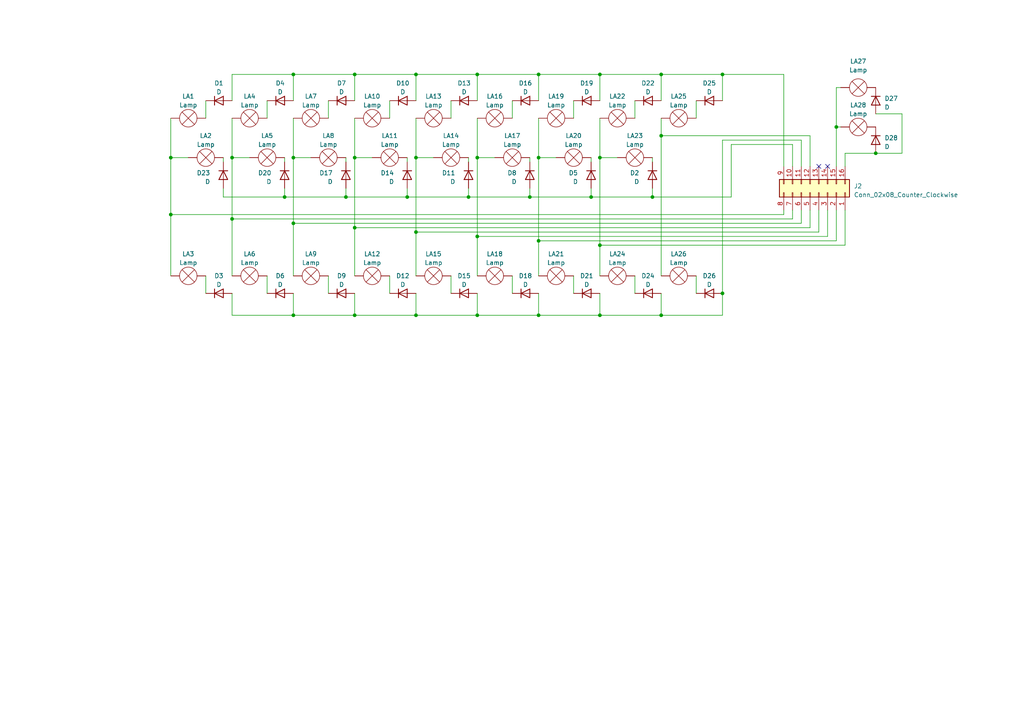
<source format=kicad_sch>
(kicad_sch (version 20230121) (generator eeschema)
  (paper "A4")
  (title_block (title "Lamp Board Schematic"))
  (lib_symbols
    (symbol "Connector_Generic:Conn_02x08_Counter_Clockwise" (pin_names (offset 1.016) hide)
      (property "Reference" "J" (at 1.27 10.16 0))
      (property "Value" "Conn_02x08_Counter_Clockwise" (at 1.27 -12.7 0))
      (symbol "Conn_02x08_Counter_Clockwise_1_1"
        (rectangle (start -1.27 -10.033) (end 0 -10.287) (stroke (width 0.1524)))
        (rectangle (start -1.27 -7.493) (end 0 -7.747) (stroke (width 0.1524)))
        (rectangle (start -1.27 -4.953) (end 0 -5.207) (stroke (width 0.1524)))
        (rectangle (start -1.27 -2.413) (end 0 -2.667) (stroke (width 0.1524)))
        (rectangle (start -1.27 0.127) (end 0 -0.127) (stroke (width 0.1524)))
        (rectangle (start -1.27 2.667) (end 0 2.413) (stroke (width 0.1524)))
        (rectangle (start -1.27 5.207) (end 0 4.953) (stroke (width 0.1524)))
        (rectangle (start -1.27 7.747) (end 0 7.493) (stroke (width 0.1524)))
        (rectangle (start -1.27 8.89) (end 3.81 -11.43) (stroke (width 0.254)) (fill (type background)))
        (rectangle (start 3.81 -10.033) (end 2.54 -10.287) (stroke (width 0.1524)))
        (rectangle (start 3.81 -7.493) (end 2.54 -7.747) (stroke (width 0.1524)))
        (rectangle (start 3.81 -4.953) (end 2.54 -5.207) (stroke (width 0.1524)))
        (rectangle (start 3.81 -2.413) (end 2.54 -2.667) (stroke (width 0.1524)))
        (rectangle (start 3.81 0.127) (end 2.54 -0.127) (stroke (width 0.1524)))
        (rectangle (start 3.81 2.667) (end 2.54 2.413) (stroke (width 0.1524)))
        (rectangle (start 3.81 5.207) (end 2.54 4.953) (stroke (width 0.1524)))
        (rectangle (start 3.81 7.747) (end 2.54 7.493) (stroke (width 0.1524)))
        (pin passive line (at -5.08 7.62 0) (length 3.81) (name "Pin_1") (number "1"))
        (pin passive line (at 7.62 -7.62 180) (length 3.81) (name "Pin_10") (number "10"))
        (pin passive line (at 7.62 -5.08 180) (length 3.81) (name "Pin_11") (number "11"))
        (pin passive line (at 7.62 -2.54 180) (length 3.81) (name "Pin_12") (number "12"))
        (pin passive line (at 7.62 0 180) (length 3.81) (name "Pin_13") (number "13"))
        (pin passive line (at 7.62 2.54 180) (length 3.81) (name "Pin_14") (number "14"))
        (pin passive line (at 7.62 5.08 180) (length 3.81) (name "Pin_15") (number "15"))
        (pin passive line (at 7.62 7.62 180) (length 3.81) (name "Pin_16") (number "16"))
        (pin passive line (at -5.08 5.08 0) (length 3.81) (name "Pin_2") (number "2"))
        (pin passive line (at -5.08 2.54 0) (length 3.81) (name "Pin_3") (number "3"))
        (pin passive line (at -5.08 0 0) (length 3.81) (name "Pin_4") (number "4"))
        (pin passive line (at -5.08 -2.54 0) (length 3.81) (name "Pin_5") (number "5"))
        (pin passive line (at -5.08 -5.08 0) (length 3.81) (name "Pin_6") (number "6"))
        (pin passive line (at -5.08 -7.62 0) (length 3.81) (name "Pin_7") (number "7"))
        (pin passive line (at -5.08 -10.16 0) (length 3.81) (name "Pin_8") (number "8"))
        (pin passive line (at 7.62 -10.16 180) (length 3.81) (name "Pin_9") (number "9"))
      )
    )
    (symbol "Device:D" (pin_numbers hide) (pin_names (offset 1.016) hide)
      (property "Reference" "D" (at 0 2.54 0))
      (property "Value" "D" (at 0 -2.54 0))
      (symbol "D_0_1"
        (polyline (pts (xy -1.27 1.27) (xy -1.27 -1.27)) (stroke (width 0.254)))
        (polyline (pts (xy 1.27 0) (xy -1.27 0)))
        (polyline (pts (xy 1.27 1.27) (xy 1.27 -1.27) (xy -1.27 0) (xy 1.27 1.27)) (stroke (width 0.254)))
      )
      (symbol "D_1_1"
        (pin passive line (at -3.81 0 0) (length 2.54) (name "K") (number "1"))
        (pin passive line (at 3.81 0 180) (length 2.54) (name "A") (number "2"))
      )
    )
    (symbol "Device:Lamp" (pin_numbers hide) (pin_names (offset 0.0254) hide)
      (property "Reference" "LA" (at 0.635 3.81 0))
      (property "Value" "Lamp" (at 0.635 -3.81 0))
      (symbol "Lamp_0_1"
        (polyline (pts (xy -1.778 1.778) (xy 1.778 -1.778)))
        (polyline (pts (xy 1.778 1.778) (xy -1.778 -1.778)))
        (circle (center 0 0) (radius 2.54))
      )
      (symbol "Lamp_1_1"
        (pin passive line (at 0 -5.08 90) (length 2.54) (name "-") (number "1"))
        (pin passive line (at 0 5.08 270) (length 2.54) (name "+") (number "2"))
      )
    )
  )
  (junction (at 67.31 45.72))
  (junction (at 82.55 57.15))
  (junction (at 85.09 21.59))
  (junction (at 242.57 36.83))
  (junction (at 135.89 57.15))
  (junction (at 153.67 57.15))
  (junction (at 102.87 66.04))
  (junction (at 156.21 69.85))
  (junction (at 49.53 45.72))
  (junction (at 171.45 57.15))
  (junction (at 173.99 91.44))
  (junction (at 138.43 68.58))
  (junction (at 100.33 57.15))
  (junction (at 191.77 21.59))
  (junction (at 173.99 45.72))
  (junction (at 120.65 45.72))
  (junction (at 102.87 45.72))
  (junction (at 173.99 21.59))
  (junction (at 156.21 91.44))
  (junction (at 138.43 45.72))
  (junction (at 85.09 64.77))
  (junction (at 49.53 62.23))
  (junction (at 120.65 67.31))
  (junction (at 138.43 21.59))
  (junction (at 156.21 21.59))
  (junction (at 209.55 21.59))
  (junction (at 120.65 91.44))
  (junction (at 191.77 39.37))
  (junction (at 67.31 63.5))
  (junction (at 85.09 45.72))
  (junction (at 189.23 57.15))
  (junction (at 120.65 21.59))
  (junction (at 85.09 91.44))
  (junction (at 118.11 57.15))
  (junction (at 138.43 91.44))
  (junction (at 191.77 91.44))
  (junction (at 156.21 45.72))
  (junction (at 209.55 85.09))
  (junction (at 102.87 91.44))
  (junction (at 173.99 71.12))
  (junction (at 254 44.45))
  (junction (at 102.87 21.59))
  (no_connect (at 240.03 48.26))
  (no_connect (at 237.49 48.26))
  (wire (pts (xy 102.87 66.04) (xy 102.87 80.01)))
  (wire (pts (xy 118.11 54.61) (xy 118.11 57.15)))
  (wire (pts (xy 85.09 85.09) (xy 85.09 91.44)))
  (wire (pts (xy 138.43 21.59) (xy 138.43 29.21)))
  (wire (pts (xy 135.89 46.99) (xy 135.89 45.72)))
  (wire (pts (xy 173.99 21.59) (xy 173.99 29.21)))
  (wire (pts (xy 153.67 46.99) (xy 153.67 45.72)))
  (wire (pts (xy 102.87 21.59) (xy 120.65 21.59)))
  (wire (pts (xy 138.43 68.58) (xy 138.43 80.01)))
  (wire (pts (xy 240.03 68.58) (xy 138.43 68.58)))
  (wire (pts (xy 237.49 60.96) (xy 237.49 67.31)))
  (wire (pts (xy 120.65 21.59) (xy 120.65 29.21)))
  (wire (pts (xy 118.11 57.15) (xy 135.89 57.15)))
  (wire (pts (xy 59.69 29.21) (xy 59.69 34.29)))
  (wire (pts (xy 229.87 41.91) (xy 229.87 48.26)))
  (wire (pts (xy 49.53 45.72) (xy 49.53 62.23)))
  (wire (pts (xy 191.77 85.09) (xy 191.77 91.44)))
  (wire (pts (xy 227.33 60.96) (xy 227.33 62.23)))
  (wire (pts (xy 77.47 29.21) (xy 77.47 34.29)))
  (wire (pts (xy 201.93 29.21) (xy 201.93 34.29)))
  (wire (pts (xy 120.65 21.59) (xy 138.43 21.59)))
  (wire (pts (xy 234.95 39.37) (xy 234.95 48.26)))
  (wire (pts (xy 135.89 57.15) (xy 153.67 57.15)))
  (wire (pts (xy 102.87 34.29) (xy 102.87 45.72)))
  (wire (pts (xy 67.31 85.09) (xy 67.31 91.44)))
  (wire (pts (xy 153.67 54.61) (xy 153.67 57.15)))
  (wire (pts (xy 189.23 57.15) (xy 212.09 57.15)))
  (wire (pts (xy 173.99 85.09) (xy 173.99 91.44)))
  (wire (pts (xy 102.87 91.44) (xy 120.65 91.44)))
  (wire (pts (xy 156.21 34.29) (xy 156.21 45.72)))
  (wire (pts (xy 72.39 45.72) (xy 67.31 45.72)))
  (wire (pts (xy 171.45 57.15) (xy 189.23 57.15)))
  (wire (pts (xy 120.65 91.44) (xy 138.43 91.44)))
  (wire (pts (xy 85.09 91.44) (xy 102.87 91.44)))
  (wire (pts (xy 156.21 21.59) (xy 156.21 29.21)))
  (wire (pts (xy 232.41 64.77) (xy 85.09 64.77)))
  (wire (pts (xy 148.59 29.21) (xy 148.59 34.29)))
  (wire (pts (xy 102.87 45.72) (xy 102.87 66.04)))
  (wire (pts (xy 227.33 62.23) (xy 49.53 62.23)))
  (wire (pts (xy 148.59 80.01) (xy 148.59 85.09)))
  (wire (pts (xy 209.55 21.59) (xy 227.33 21.59)))
  (wire (pts (xy 229.87 63.5) (xy 67.31 63.5)))
  (wire (pts (xy 156.21 45.72) (xy 156.21 69.85)))
  (wire (pts (xy 184.15 29.21) (xy 184.15 34.29)))
  (wire (pts (xy 120.65 45.72) (xy 120.65 67.31)))
  (wire (pts (xy 173.99 21.59) (xy 191.77 21.59)))
  (wire (pts (xy 135.89 54.61) (xy 135.89 57.15)))
  (wire (pts (xy 49.53 62.23) (xy 49.53 80.01)))
  (wire (pts (xy 242.57 36.83) (xy 243.84 36.83)))
  (wire (pts (xy 254 44.45) (xy 261.62 44.45)))
  (wire (pts (xy 138.43 91.44) (xy 156.21 91.44)))
  (wire (pts (xy 245.11 71.12) (xy 173.99 71.12)))
  (wire (pts (xy 209.55 40.64) (xy 232.41 40.64)))
  (wire (pts (xy 232.41 60.96) (xy 232.41 64.77)))
  (wire (pts (xy 240.03 60.96) (xy 240.03 68.58)))
  (wire (pts (xy 189.23 46.99) (xy 189.23 45.72)))
  (wire (pts (xy 212.09 41.91) (xy 229.87 41.91)))
  (wire (pts (xy 171.45 46.99) (xy 171.45 45.72)))
  (wire (pts (xy 77.47 80.01) (xy 77.47 85.09)))
  (wire (pts (xy 85.09 21.59) (xy 102.87 21.59)))
  (wire (pts (xy 254 44.45) (xy 245.11 44.45)))
  (wire (pts (xy 156.21 85.09) (xy 156.21 91.44)))
  (wire (pts (xy 184.15 80.01) (xy 184.15 85.09)))
  (wire (pts (xy 191.77 39.37) (xy 191.77 80.01)))
  (wire (pts (xy 166.37 29.21) (xy 166.37 34.29)))
  (wire (pts (xy 120.65 85.09) (xy 120.65 91.44)))
  (wire (pts (xy 242.57 25.4) (xy 242.57 36.83)))
  (wire (pts (xy 173.99 34.29) (xy 173.99 45.72)))
  (wire (pts (xy 191.77 34.29) (xy 191.77 39.37)))
  (wire (pts (xy 100.33 46.99) (xy 100.33 45.72)))
  (wire (pts (xy 237.49 67.31) (xy 120.65 67.31)))
  (wire (pts (xy 67.31 21.59) (xy 85.09 21.59)))
  (wire (pts (xy 138.43 85.09) (xy 138.43 91.44)))
  (wire (pts (xy 254 33.02) (xy 261.62 33.02)))
  (wire (pts (xy 245.11 60.96) (xy 245.11 71.12)))
  (wire (pts (xy 173.99 91.44) (xy 191.77 91.44)))
  (wire (pts (xy 143.51 45.72) (xy 138.43 45.72)))
  (wire (pts (xy 113.03 29.21) (xy 113.03 34.29)))
  (wire (pts (xy 82.55 57.15) (xy 100.33 57.15)))
  (wire (pts (xy 209.55 21.59) (xy 209.55 29.21)))
  (wire (pts (xy 113.03 80.01) (xy 113.03 85.09)))
  (wire (pts (xy 85.09 64.77) (xy 85.09 80.01)))
  (wire (pts (xy 107.95 45.72) (xy 102.87 45.72)))
  (wire (pts (xy 227.33 21.59) (xy 227.33 48.26)))
  (wire (pts (xy 67.31 63.5) (xy 67.31 80.01)))
  (wire (pts (xy 242.57 60.96) (xy 242.57 69.85)))
  (wire (pts (xy 156.21 69.85) (xy 156.21 80.01)))
  (wire (pts (xy 173.99 45.72) (xy 173.99 71.12)))
  (wire (pts (xy 138.43 34.29) (xy 138.43 45.72)))
  (wire (pts (xy 242.57 36.83) (xy 242.57 48.26)))
  (wire (pts (xy 90.17 45.72) (xy 85.09 45.72)))
  (wire (pts (xy 138.43 21.59) (xy 156.21 21.59)))
  (wire (pts (xy 64.77 57.15) (xy 82.55 57.15)))
  (wire (pts (xy 49.53 34.29) (xy 49.53 45.72)))
  (wire (pts (xy 118.11 46.99) (xy 118.11 45.72)))
  (wire (pts (xy 179.07 45.72) (xy 173.99 45.72)))
  (wire (pts (xy 67.31 91.44) (xy 85.09 91.44)))
  (wire (pts (xy 85.09 34.29) (xy 85.09 45.72)))
  (wire (pts (xy 54.61 45.72) (xy 49.53 45.72)))
  (wire (pts (xy 100.33 57.15) (xy 118.11 57.15)))
  (wire (pts (xy 209.55 85.09) (xy 209.55 40.64)))
  (wire (pts (xy 161.29 45.72) (xy 156.21 45.72)))
  (wire (pts (xy 232.41 40.64) (xy 232.41 48.26)))
  (wire (pts (xy 85.09 21.59) (xy 85.09 29.21)))
  (wire (pts (xy 64.77 46.99) (xy 64.77 45.72)))
  (wire (pts (xy 85.09 45.72) (xy 85.09 64.77)))
  (wire (pts (xy 191.77 21.59) (xy 191.77 29.21)))
  (wire (pts (xy 171.45 54.61) (xy 171.45 57.15)))
  (wire (pts (xy 125.73 45.72) (xy 120.65 45.72)))
  (wire (pts (xy 130.81 80.01) (xy 130.81 85.09)))
  (wire (pts (xy 120.65 67.31) (xy 120.65 80.01)))
  (wire (pts (xy 153.67 57.15) (xy 171.45 57.15)))
  (wire (pts (xy 138.43 45.72) (xy 138.43 68.58)))
  (wire (pts (xy 173.99 71.12) (xy 173.99 80.01)))
  (wire (pts (xy 191.77 91.44) (xy 209.55 91.44)))
  (wire (pts (xy 67.31 45.72) (xy 67.31 63.5)))
  (wire (pts (xy 234.95 66.04) (xy 102.87 66.04)))
  (wire (pts (xy 191.77 21.59) (xy 209.55 21.59)))
  (wire (pts (xy 82.55 54.61) (xy 82.55 57.15)))
  (wire (pts (xy 67.31 34.29) (xy 67.31 45.72)))
  (wire (pts (xy 100.33 54.61) (xy 100.33 57.15)))
  (wire (pts (xy 242.57 69.85) (xy 156.21 69.85)))
  (wire (pts (xy 156.21 91.44) (xy 173.99 91.44)))
  (wire (pts (xy 201.93 80.01) (xy 201.93 85.09)))
  (wire (pts (xy 229.87 60.96) (xy 229.87 63.5)))
  (wire (pts (xy 102.87 85.09) (xy 102.87 91.44)))
  (wire (pts (xy 67.31 29.21) (xy 67.31 21.59)))
  (wire (pts (xy 59.69 80.01) (xy 59.69 85.09)))
  (wire (pts (xy 64.77 54.61) (xy 64.77 57.15)))
  (wire (pts (xy 120.65 34.29) (xy 120.65 45.72)))
  (wire (pts (xy 102.87 21.59) (xy 102.87 29.21)))
  (wire (pts (xy 95.25 29.21) (xy 95.25 34.29)))
  (wire (pts (xy 82.55 46.99) (xy 82.55 45.72)))
  (wire (pts (xy 191.77 39.37) (xy 234.95 39.37)))
  (wire (pts (xy 130.81 29.21) (xy 130.81 34.29)))
  (wire (pts (xy 189.23 54.61) (xy 189.23 57.15)))
  (wire (pts (xy 242.57 25.4) (xy 243.84 25.4)))
  (wire (pts (xy 156.21 21.59) (xy 173.99 21.59)))
  (wire (pts (xy 212.09 57.15) (xy 212.09 41.91)))
  (wire (pts (xy 245.11 44.45) (xy 245.11 48.26)))
  (wire (pts (xy 166.37 80.01) (xy 166.37 85.09)))
  (wire (pts (xy 209.55 85.09) (xy 209.55 91.44)))
  (wire (pts (xy 234.95 60.96) (xy 234.95 66.04)))
  (wire (pts (xy 261.62 44.45) (xy 261.62 33.02)))
  (wire (pts (xy 95.25 80.01) (xy 95.25 85.09)))
  (symbol (lib_id "Device:Lamp") (at 59.69 45.72 90) (unit 1)
    (property "Reference" "LA2" (at 59.69 39.37 90))
    (property "Value" "Lamp" (at 59.69 41.91 90))
  )
  (symbol (lib_id "Device:D") (at 100.33 50.8 90) (mirror x) (unit 1)
    (property "Reference" "D17" (at 96.52 50.165 90) (effects (justify left)))
    (property "Value" "D" (at 96.52 52.705 90) (effects (justify left)))
    (property "Sim.Device" "D" (effects hide))
    (property "Sim.Pins" "1=K 2=A" (effects hide))
  )
  (symbol (lib_id "Device:Lamp") (at 196.85 80.01 90) (unit 1)
    (property "Reference" "LA26" (at 196.85 73.66 90))
    (property "Value" "Lamp" (at 196.85 76.2 90))
  )
  (symbol (lib_id "Device:D") (at 63.5 85.09 0) (unit 1)
    (property "Reference" "D3" (at 63.5 80.01 0))
    (property "Value" "D" (at 63.5 82.55 0))
    (property "Sim.Device" "D" (effects hide))
    (property "Sim.Pins" "1=K 2=A" (effects hide))
  )
  (symbol (lib_id "Device:Lamp") (at 125.73 34.29 90) (unit 1)
    (property "Reference" "LA13" (at 125.73 27.94 90))
    (property "Value" "Lamp" (at 125.73 30.48 90))
  )
  (symbol (lib_id "Device:D") (at 99.06 85.09 0) (unit 1)
    (property "Reference" "D9" (at 99.06 80.01 0))
    (property "Value" "D" (at 99.06 82.55 0))
    (property "Sim.Device" "D" (effects hide))
    (property "Sim.Pins" "1=K 2=A" (effects hide))
  )
  (symbol (lib_id "Device:D") (at 81.28 85.09 0) (unit 1)
    (property "Reference" "D6" (at 81.28 80.01 0))
    (property "Value" "D" (at 81.28 82.55 0))
    (property "Sim.Device" "D" (effects hide))
    (property "Sim.Pins" "1=K 2=A" (effects hide))
  )
  (symbol (lib_id "Connector_Generic:Conn_02x08_Counter_Clockwise") (at 237.49 55.88 270) (mirror x) (unit 1)
    (property "Reference" "J2" (at 247.65 53.975 90) (effects (justify left)))
    (property "Value" "Conn_02x08_Counter_Clockwise" (at 247.65 56.515 90) (effects (justify left)))
  )
  (symbol (lib_id "Device:D") (at 152.4 85.09 0) (unit 1)
    (property "Reference" "D18" (at 152.4 80.01 0))
    (property "Value" "D" (at 152.4 82.55 0))
    (property "Sim.Device" "D" (effects hide))
    (property "Sim.Pins" "1=K 2=A" (effects hide))
  )
  (symbol (lib_id "Device:Lamp") (at 107.95 34.29 90) (unit 1)
    (property "Reference" "LA10" (at 107.95 27.94 90))
    (property "Value" "Lamp" (at 107.95 30.48 90))
  )
  (symbol (lib_id "Device:Lamp") (at 248.92 25.4 90) (unit 1)
    (property "Reference" "LA27" (at 248.92 17.78 90))
    (property "Value" "Lamp" (at 248.92 20.32 90))
  )
  (symbol (lib_id "Device:Lamp") (at 143.51 34.29 90) (unit 1)
    (property "Reference" "LA16" (at 143.51 27.94 90))
    (property "Value" "Lamp" (at 143.51 30.48 90))
  )
  (symbol (lib_id "Device:D") (at 135.89 50.8 90) (mirror x) (unit 1)
    (property "Reference" "D11" (at 132.08 50.165 90) (effects (justify left)))
    (property "Value" "D" (at 132.08 52.705 90) (effects (justify left)))
    (property "Sim.Device" "D" (effects hide))
    (property "Sim.Pins" "1=K 2=A" (effects hide))
  )
  (symbol (lib_id "Device:D") (at 64.77 50.8 90) (mirror x) (unit 1)
    (property "Reference" "D23" (at 60.96 50.165 90) (effects (justify left)))
    (property "Value" "D" (at 60.96 52.705 90) (effects (justify left)))
    (property "Sim.Device" "D" (effects hide))
    (property "Sim.Pins" "1=K 2=A" (effects hide))
  )
  (symbol (lib_id "Device:D") (at 81.28 29.21 0) (unit 1)
    (property "Reference" "D4" (at 81.28 24.13 0))
    (property "Value" "D" (at 81.28 26.67 0))
    (property "Sim.Device" "D" (effects hide))
    (property "Sim.Pins" "1=K 2=A" (effects hide))
  )
  (symbol (lib_id "Device:Lamp") (at 196.85 34.29 90) (unit 1)
    (property "Reference" "LA25" (at 196.85 27.94 90))
    (property "Value" "Lamp" (at 196.85 30.48 90))
  )
  (symbol (lib_id "Device:Lamp") (at 179.07 80.01 90) (unit 1)
    (property "Reference" "LA24" (at 179.07 73.66 90))
    (property "Value" "Lamp" (at 179.07 76.2 90))
  )
  (symbol (lib_id "Device:Lamp") (at 161.29 80.01 90) (unit 1)
    (property "Reference" "LA21" (at 161.29 73.66 90))
    (property "Value" "Lamp" (at 161.29 76.2 90))
  )
  (symbol (lib_id "Device:Lamp") (at 107.95 80.01 90) (unit 1)
    (property "Reference" "LA12" (at 107.95 73.66 90))
    (property "Value" "Lamp" (at 107.95 76.2 90))
  )
  (symbol (lib_id "Device:Lamp") (at 90.17 80.01 90) (unit 1)
    (property "Reference" "LA9" (at 90.17 73.66 90))
    (property "Value" "Lamp" (at 90.17 76.2 90))
  )
  (symbol (lib_id "Device:Lamp") (at 130.81 45.72 90) (unit 1)
    (property "Reference" "LA14" (at 130.81 39.37 90))
    (property "Value" "Lamp" (at 130.81 41.91 90))
  )
  (symbol (lib_id "Device:Lamp") (at 161.29 34.29 90) (unit 1)
    (property "Reference" "LA19" (at 161.29 27.94 90))
    (property "Value" "Lamp" (at 161.29 30.48 90))
  )
  (symbol (lib_id "Device:D") (at 152.4 29.21 0) (unit 1)
    (property "Reference" "D16" (at 152.4 24.13 0))
    (property "Value" "D" (at 152.4 26.67 0))
    (property "Sim.Device" "D" (effects hide))
    (property "Sim.Pins" "1=K 2=A" (effects hide))
  )
  (symbol (lib_id "Device:Lamp") (at 72.39 34.29 90) (unit 1)
    (property "Reference" "LA4" (at 72.39 27.94 90))
    (property "Value" "Lamp" (at 72.39 30.48 90))
  )
  (symbol (lib_id "Device:Lamp") (at 54.61 80.01 90) (unit 1)
    (property "Reference" "LA3" (at 54.61 73.66 90))
    (property "Value" "Lamp" (at 54.61 76.2 90))
  )
  (symbol (lib_id "Device:Lamp") (at 95.25 45.72 90) (unit 1)
    (property "Reference" "LA8" (at 95.25 39.37 90))
    (property "Value" "Lamp" (at 95.25 41.91 90))
  )
  (symbol (lib_id "Device:Lamp") (at 54.61 34.29 90) (unit 1)
    (property "Reference" "LA1" (at 54.61 27.94 90))
    (property "Value" "Lamp" (at 54.61 30.48 90))
  )
  (symbol (lib_id "Device:D") (at 134.62 29.21 0) (unit 1)
    (property "Reference" "D13" (at 134.62 24.13 0))
    (property "Value" "D" (at 134.62 26.67 0))
    (property "Sim.Device" "D" (effects hide))
    (property "Sim.Pins" "1=K 2=A" (effects hide))
  )
  (symbol (lib_id "Device:Lamp") (at 184.15 45.72 90) (unit 1)
    (property "Reference" "LA23" (at 184.15 39.37 90))
    (property "Value" "Lamp" (at 184.15 41.91 90))
  )
  (symbol (lib_id "Device:Lamp") (at 90.17 34.29 90) (unit 1)
    (property "Reference" "LA7" (at 90.17 27.94 90))
    (property "Value" "Lamp" (at 90.17 30.48 90))
  )
  (symbol (lib_id "Device:D") (at 171.45 50.8 90) (mirror x) (unit 1)
    (property "Reference" "D5" (at 167.64 50.165 90) (effects (justify left)))
    (property "Value" "D" (at 167.64 52.705 90) (effects (justify left)))
    (property "Sim.Device" "D" (effects hide))
    (property "Sim.Pins" "1=K 2=A" (effects hide))
  )
  (symbol (lib_id "Device:D") (at 187.96 85.09 0) (unit 1)
    (property "Reference" "D24" (at 187.96 80.01 0))
    (property "Value" "D" (at 187.96 82.55 0))
    (property "Sim.Device" "D" (effects hide))
    (property "Sim.Pins" "1=K 2=A" (effects hide))
  )
  (symbol (lib_id "Device:Lamp") (at 143.51 80.01 90) (unit 1)
    (property "Reference" "LA18" (at 143.51 73.66 90))
    (property "Value" "Lamp" (at 143.51 76.2 90))
  )
  (symbol (lib_id "Device:Lamp") (at 72.39 80.01 90) (unit 1)
    (property "Reference" "LA6" (at 72.39 73.66 90))
    (property "Value" "Lamp" (at 72.39 76.2 90))
  )
  (symbol (lib_id "Device:D") (at 170.18 85.09 0) (unit 1)
    (property "Reference" "D21" (at 170.18 80.01 0))
    (property "Value" "D" (at 170.18 82.55 0))
    (property "Sim.Device" "D" (effects hide))
    (property "Sim.Pins" "1=K 2=A" (effects hide))
  )
  (symbol (lib_id "Device:D") (at 205.74 29.21 0) (unit 1)
    (property "Reference" "D25" (at 205.74 24.13 0))
    (property "Value" "D" (at 205.74 26.67 0))
    (property "Sim.Device" "D" (effects hide))
    (property "Sim.Pins" "1=K 2=A" (effects hide))
  )
  (symbol (lib_id "Device:D") (at 116.84 29.21 0) (unit 1)
    (property "Reference" "D10" (at 116.84 24.13 0))
    (property "Value" "D" (at 116.84 26.67 0))
    (property "Sim.Device" "D" (effects hide))
    (property "Sim.Pins" "1=K 2=A" (effects hide))
  )
  (symbol (lib_id "Device:D") (at 189.23 50.8 90) (mirror x) (unit 1)
    (property "Reference" "D2" (at 185.42 50.165 90) (effects (justify left)))
    (property "Value" "D" (at 185.42 52.705 90) (effects (justify left)))
    (property "Sim.Device" "D" (effects hide))
    (property "Sim.Pins" "1=K 2=A" (effects hide))
  )
  (symbol (lib_id "Device:Lamp") (at 248.92 36.83 90) (unit 1)
    (property "Reference" "LA28" (at 248.92 30.48 90))
    (property "Value" "Lamp" (at 248.92 33.02 90))
  )
  (symbol (lib_id "Device:D") (at 170.18 29.21 0) (unit 1)
    (property "Reference" "D19" (at 170.18 24.13 0))
    (property "Value" "D" (at 170.18 26.67 0))
    (property "Sim.Device" "D" (effects hide))
    (property "Sim.Pins" "1=K 2=A" (effects hide))
  )
  (symbol (lib_id "Device:D") (at 134.62 85.09 0) (unit 1)
    (property "Reference" "D15" (at 134.62 80.01 0))
    (property "Value" "D" (at 134.62 82.55 0))
    (property "Sim.Device" "D" (effects hide))
    (property "Sim.Pins" "1=K 2=A" (effects hide))
  )
  (symbol (lib_id "Device:Lamp") (at 166.37 45.72 90) (unit 1)
    (property "Reference" "LA20" (at 166.37 39.37 90))
    (property "Value" "Lamp" (at 166.37 41.91 90))
  )
  (symbol (lib_id "Device:D") (at 254 40.64 90) (mirror x) (unit 1)
    (property "Reference" "D28" (at 256.54 40.005 90) (effects (justify right)))
    (property "Value" "D" (at 256.54 42.545 90) (effects (justify right)))
    (property "Sim.Device" "D" (effects hide))
    (property "Sim.Pins" "1=K 2=A" (effects hide))
  )
  (symbol (lib_id "Device:Lamp") (at 77.47 45.72 90) (unit 1)
    (property "Reference" "LA5" (at 77.47 39.37 90))
    (property "Value" "Lamp" (at 77.47 41.91 90))
  )
  (symbol (lib_id "Device:D") (at 153.67 50.8 90) (mirror x) (unit 1)
    (property "Reference" "D8" (at 149.86 50.165 90) (effects (justify left)))
    (property "Value" "D" (at 149.86 52.705 90) (effects (justify left)))
    (property "Sim.Device" "D" (effects hide))
    (property "Sim.Pins" "1=K 2=A" (effects hide))
  )
  (symbol (lib_id "Device:Lamp") (at 179.07 34.29 90) (unit 1)
    (property "Reference" "LA22" (at 179.07 27.94 90))
    (property "Value" "Lamp" (at 179.07 30.48 90))
  )
  (symbol (lib_id "Device:D") (at 116.84 85.09 0) (unit 1)
    (property "Reference" "D12" (at 116.84 80.01 0))
    (property "Value" "D" (at 116.84 82.55 0))
    (property "Sim.Device" "D" (effects hide))
    (property "Sim.Pins" "1=K 2=A" (effects hide))
  )
  (symbol (lib_id "Device:Lamp") (at 148.59 45.72 90) (unit 1)
    (property "Reference" "LA17" (at 148.59 39.37 90))
    (property "Value" "Lamp" (at 148.59 41.91 90))
  )
  (symbol (lib_id "Device:D") (at 99.06 29.21 0) (unit 1)
    (property "Reference" "D7" (at 99.06 24.13 0))
    (property "Value" "D" (at 99.06 26.67 0))
    (property "Sim.Device" "D" (effects hide))
    (property "Sim.Pins" "1=K 2=A" (effects hide))
  )
  (symbol (lib_id "Device:D") (at 63.5 29.21 0) (unit 1)
    (property "Reference" "D1" (at 63.5 24.13 0))
    (property "Value" "D" (at 63.5 26.67 0))
    (property "Sim.Device" "D" (effects hide))
    (property "Sim.Pins" "1=K 2=A" (effects hide))
  )
  (symbol (lib_id "Device:D") (at 254 29.21 270) (unit 1)
    (property "Reference" "D27" (at 256.54 28.575 90) (effects (justify left)))
    (property "Value" "D" (at 256.54 31.115 90) (effects (justify left)))
    (property "Sim.Device" "D" (effects hide))
    (property "Sim.Pins" "1=K 2=A" (effects hide))
  )
  (symbol (lib_id "Device:Lamp") (at 113.03 45.72 90) (unit 1)
    (property "Reference" "LA11" (at 113.03 39.37 90))
    (property "Value" "Lamp" (at 113.03 41.91 90))
  )
  (symbol (lib_id "Device:D") (at 205.74 85.09 0) (unit 1)
    (property "Reference" "D26" (at 205.74 80.01 0))
    (property "Value" "D" (at 205.74 82.55 0))
    (property "Sim.Device" "D" (effects hide))
    (property "Sim.Pins" "1=K 2=A" (effects hide))
  )
  (symbol (lib_id "Device:D") (at 82.55 50.8 90) (mirror x) (unit 1)
    (property "Reference" "D20" (at 78.74 50.165 90) (effects (justify left)))
    (property "Value" "D" (at 78.74 52.705 90) (effects (justify left)))
    (property "Sim.Device" "D" (effects hide))
    (property "Sim.Pins" "1=K 2=A" (effects hide))
  )
  (symbol (lib_id "Device:Lamp") (at 125.73 80.01 90) (unit 1)
    (property "Reference" "LA15" (at 125.73 73.66 90))
    (property "Value" "Lamp" (at 125.73 76.2 90))
  )
  (symbol (lib_id "Device:D") (at 118.11 50.8 90) (mirror x) (unit 1)
    (property "Reference" "D14" (at 114.3 50.165 90) (effects (justify left)))
    (property "Value" "D" (at 114.3 52.705 90) (effects (justify left)))
    (property "Sim.Device" "D" (effects hide))
    (property "Sim.Pins" "1=K 2=A" (effects hide))
  )
  (symbol (lib_id "Device:D") (at 187.96 29.21 0) (unit 1)
    (property "Reference" "D22" (at 187.96 24.13 0))
    (property "Value" "D" (at 187.96 26.67 0))
    (property "Sim.Device" "D" (effects hide))
    (property "Sim.Pins" "1=K 2=A" (effects hide))
  )
)
</source>
